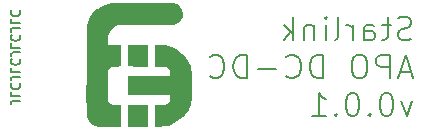
<source format=gbr>
%TF.GenerationSoftware,KiCad,Pcbnew,9.0.1*%
%TF.CreationDate,2025-07-19T16:42:16+10:00*%
%TF.ProjectId,starlink-apo-pcb,73746172-6c69-46e6-9b2d-61706f2d7063,rev?*%
%TF.SameCoordinates,Original*%
%TF.FileFunction,Legend,Bot*%
%TF.FilePolarity,Positive*%
%FSLAX46Y46*%
G04 Gerber Fmt 4.6, Leading zero omitted, Abs format (unit mm)*
G04 Created by KiCad (PCBNEW 9.0.1) date 2025-07-19 16:42:16*
%MOMM*%
%LPD*%
G01*
G04 APERTURE LIST*
%ADD10C,0.150000*%
%ADD11C,0.200000*%
%ADD12C,0.000000*%
%ADD13R,4.400000X1.800000*%
%ADD14O,4.000000X1.800000*%
%ADD15O,1.800000X4.000000*%
G04 APERTURE END LIST*
D10*
X109805704Y-77232268D02*
X109234276Y-77232268D01*
X109234276Y-77232268D02*
X109119990Y-77270363D01*
X109119990Y-77270363D02*
X109043800Y-77346554D01*
X109043800Y-77346554D02*
X109005704Y-77460839D01*
X109005704Y-77460839D02*
X109005704Y-77537030D01*
X109005704Y-76470363D02*
X109005704Y-76851315D01*
X109005704Y-76851315D02*
X109805704Y-76851315D01*
X109081895Y-75746553D02*
X109043800Y-75784649D01*
X109043800Y-75784649D02*
X109005704Y-75898934D01*
X109005704Y-75898934D02*
X109005704Y-75975125D01*
X109005704Y-75975125D02*
X109043800Y-76089411D01*
X109043800Y-76089411D02*
X109119990Y-76165601D01*
X109119990Y-76165601D02*
X109196180Y-76203696D01*
X109196180Y-76203696D02*
X109348561Y-76241792D01*
X109348561Y-76241792D02*
X109462847Y-76241792D01*
X109462847Y-76241792D02*
X109615228Y-76203696D01*
X109615228Y-76203696D02*
X109691419Y-76165601D01*
X109691419Y-76165601D02*
X109767609Y-76089411D01*
X109767609Y-76089411D02*
X109805704Y-75975125D01*
X109805704Y-75975125D02*
X109805704Y-75898934D01*
X109805704Y-75898934D02*
X109767609Y-75784649D01*
X109767609Y-75784649D02*
X109729514Y-75746553D01*
X109805704Y-75175125D02*
X109234276Y-75175125D01*
X109234276Y-75175125D02*
X109119990Y-75213220D01*
X109119990Y-75213220D02*
X109043800Y-75289411D01*
X109043800Y-75289411D02*
X109005704Y-75403696D01*
X109005704Y-75403696D02*
X109005704Y-75479887D01*
X109005704Y-74413220D02*
X109005704Y-74794172D01*
X109005704Y-74794172D02*
X109805704Y-74794172D01*
X109081895Y-73689410D02*
X109043800Y-73727506D01*
X109043800Y-73727506D02*
X109005704Y-73841791D01*
X109005704Y-73841791D02*
X109005704Y-73917982D01*
X109005704Y-73917982D02*
X109043800Y-74032268D01*
X109043800Y-74032268D02*
X109119990Y-74108458D01*
X109119990Y-74108458D02*
X109196180Y-74146553D01*
X109196180Y-74146553D02*
X109348561Y-74184649D01*
X109348561Y-74184649D02*
X109462847Y-74184649D01*
X109462847Y-74184649D02*
X109615228Y-74146553D01*
X109615228Y-74146553D02*
X109691419Y-74108458D01*
X109691419Y-74108458D02*
X109767609Y-74032268D01*
X109767609Y-74032268D02*
X109805704Y-73917982D01*
X109805704Y-73917982D02*
X109805704Y-73841791D01*
X109805704Y-73841791D02*
X109767609Y-73727506D01*
X109767609Y-73727506D02*
X109729514Y-73689410D01*
X109805704Y-73117982D02*
X109234276Y-73117982D01*
X109234276Y-73117982D02*
X109119990Y-73156077D01*
X109119990Y-73156077D02*
X109043800Y-73232268D01*
X109043800Y-73232268D02*
X109005704Y-73346553D01*
X109005704Y-73346553D02*
X109005704Y-73422744D01*
X109005704Y-72356077D02*
X109005704Y-72737029D01*
X109005704Y-72737029D02*
X109805704Y-72737029D01*
X109081895Y-71632267D02*
X109043800Y-71670363D01*
X109043800Y-71670363D02*
X109005704Y-71784648D01*
X109005704Y-71784648D02*
X109005704Y-71860839D01*
X109005704Y-71860839D02*
X109043800Y-71975125D01*
X109043800Y-71975125D02*
X109119990Y-72051315D01*
X109119990Y-72051315D02*
X109196180Y-72089410D01*
X109196180Y-72089410D02*
X109348561Y-72127506D01*
X109348561Y-72127506D02*
X109462847Y-72127506D01*
X109462847Y-72127506D02*
X109615228Y-72089410D01*
X109615228Y-72089410D02*
X109691419Y-72051315D01*
X109691419Y-72051315D02*
X109767609Y-71975125D01*
X109767609Y-71975125D02*
X109805704Y-71860839D01*
X109805704Y-71860839D02*
X109805704Y-71784648D01*
X109805704Y-71784648D02*
X109767609Y-71670363D01*
X109767609Y-71670363D02*
X109729514Y-71632267D01*
X109805704Y-71060839D02*
X109234276Y-71060839D01*
X109234276Y-71060839D02*
X109119990Y-71098934D01*
X109119990Y-71098934D02*
X109043800Y-71175125D01*
X109043800Y-71175125D02*
X109005704Y-71289410D01*
X109005704Y-71289410D02*
X109005704Y-71365601D01*
X109005704Y-70298934D02*
X109005704Y-70679886D01*
X109005704Y-70679886D02*
X109805704Y-70679886D01*
X109081895Y-69575124D02*
X109043800Y-69613220D01*
X109043800Y-69613220D02*
X109005704Y-69727505D01*
X109005704Y-69727505D02*
X109005704Y-69803696D01*
X109005704Y-69803696D02*
X109043800Y-69917982D01*
X109043800Y-69917982D02*
X109119990Y-69994172D01*
X109119990Y-69994172D02*
X109196180Y-70032267D01*
X109196180Y-70032267D02*
X109348561Y-70070363D01*
X109348561Y-70070363D02*
X109462847Y-70070363D01*
X109462847Y-70070363D02*
X109615228Y-70032267D01*
X109615228Y-70032267D02*
X109691419Y-69994172D01*
X109691419Y-69994172D02*
X109767609Y-69917982D01*
X109767609Y-69917982D02*
X109805704Y-69803696D01*
X109805704Y-69803696D02*
X109805704Y-69727505D01*
X109805704Y-69727505D02*
X109767609Y-69613220D01*
X109767609Y-69613220D02*
X109729514Y-69575124D01*
D11*
X142887469Y-72009824D02*
X142601755Y-72105062D01*
X142601755Y-72105062D02*
X142125564Y-72105062D01*
X142125564Y-72105062D02*
X141935088Y-72009824D01*
X141935088Y-72009824D02*
X141839850Y-71914585D01*
X141839850Y-71914585D02*
X141744612Y-71724109D01*
X141744612Y-71724109D02*
X141744612Y-71533633D01*
X141744612Y-71533633D02*
X141839850Y-71343157D01*
X141839850Y-71343157D02*
X141935088Y-71247919D01*
X141935088Y-71247919D02*
X142125564Y-71152681D01*
X142125564Y-71152681D02*
X142506517Y-71057443D01*
X142506517Y-71057443D02*
X142696993Y-70962204D01*
X142696993Y-70962204D02*
X142792231Y-70866966D01*
X142792231Y-70866966D02*
X142887469Y-70676490D01*
X142887469Y-70676490D02*
X142887469Y-70486014D01*
X142887469Y-70486014D02*
X142792231Y-70295538D01*
X142792231Y-70295538D02*
X142696993Y-70200300D01*
X142696993Y-70200300D02*
X142506517Y-70105062D01*
X142506517Y-70105062D02*
X142030326Y-70105062D01*
X142030326Y-70105062D02*
X141744612Y-70200300D01*
X141173183Y-70771728D02*
X140411279Y-70771728D01*
X140887469Y-70105062D02*
X140887469Y-71819347D01*
X140887469Y-71819347D02*
X140792231Y-72009824D01*
X140792231Y-72009824D02*
X140601755Y-72105062D01*
X140601755Y-72105062D02*
X140411279Y-72105062D01*
X138887469Y-72105062D02*
X138887469Y-71057443D01*
X138887469Y-71057443D02*
X138982707Y-70866966D01*
X138982707Y-70866966D02*
X139173183Y-70771728D01*
X139173183Y-70771728D02*
X139554136Y-70771728D01*
X139554136Y-70771728D02*
X139744612Y-70866966D01*
X138887469Y-72009824D02*
X139077945Y-72105062D01*
X139077945Y-72105062D02*
X139554136Y-72105062D01*
X139554136Y-72105062D02*
X139744612Y-72009824D01*
X139744612Y-72009824D02*
X139839850Y-71819347D01*
X139839850Y-71819347D02*
X139839850Y-71628871D01*
X139839850Y-71628871D02*
X139744612Y-71438395D01*
X139744612Y-71438395D02*
X139554136Y-71343157D01*
X139554136Y-71343157D02*
X139077945Y-71343157D01*
X139077945Y-71343157D02*
X138887469Y-71247919D01*
X137935088Y-72105062D02*
X137935088Y-70771728D01*
X137935088Y-71152681D02*
X137839850Y-70962204D01*
X137839850Y-70962204D02*
X137744612Y-70866966D01*
X137744612Y-70866966D02*
X137554136Y-70771728D01*
X137554136Y-70771728D02*
X137363659Y-70771728D01*
X136411279Y-72105062D02*
X136601755Y-72009824D01*
X136601755Y-72009824D02*
X136696993Y-71819347D01*
X136696993Y-71819347D02*
X136696993Y-70105062D01*
X135649374Y-72105062D02*
X135649374Y-70771728D01*
X135649374Y-70105062D02*
X135744612Y-70200300D01*
X135744612Y-70200300D02*
X135649374Y-70295538D01*
X135649374Y-70295538D02*
X135554136Y-70200300D01*
X135554136Y-70200300D02*
X135649374Y-70105062D01*
X135649374Y-70105062D02*
X135649374Y-70295538D01*
X134696993Y-70771728D02*
X134696993Y-72105062D01*
X134696993Y-70962204D02*
X134601755Y-70866966D01*
X134601755Y-70866966D02*
X134411279Y-70771728D01*
X134411279Y-70771728D02*
X134125564Y-70771728D01*
X134125564Y-70771728D02*
X133935088Y-70866966D01*
X133935088Y-70866966D02*
X133839850Y-71057443D01*
X133839850Y-71057443D02*
X133839850Y-72105062D01*
X132887469Y-72105062D02*
X132887469Y-70105062D01*
X132696993Y-71343157D02*
X132125564Y-72105062D01*
X132125564Y-70771728D02*
X132887469Y-71533633D01*
X142887469Y-74753521D02*
X141935088Y-74753521D01*
X143077945Y-75324950D02*
X142411279Y-73324950D01*
X142411279Y-73324950D02*
X141744612Y-75324950D01*
X141077945Y-75324950D02*
X141077945Y-73324950D01*
X141077945Y-73324950D02*
X140316040Y-73324950D01*
X140316040Y-73324950D02*
X140125564Y-73420188D01*
X140125564Y-73420188D02*
X140030326Y-73515426D01*
X140030326Y-73515426D02*
X139935088Y-73705902D01*
X139935088Y-73705902D02*
X139935088Y-73991616D01*
X139935088Y-73991616D02*
X140030326Y-74182092D01*
X140030326Y-74182092D02*
X140125564Y-74277331D01*
X140125564Y-74277331D02*
X140316040Y-74372569D01*
X140316040Y-74372569D02*
X141077945Y-74372569D01*
X138696993Y-73324950D02*
X138316040Y-73324950D01*
X138316040Y-73324950D02*
X138125564Y-73420188D01*
X138125564Y-73420188D02*
X137935088Y-73610664D01*
X137935088Y-73610664D02*
X137839850Y-73991616D01*
X137839850Y-73991616D02*
X137839850Y-74658283D01*
X137839850Y-74658283D02*
X137935088Y-75039235D01*
X137935088Y-75039235D02*
X138125564Y-75229712D01*
X138125564Y-75229712D02*
X138316040Y-75324950D01*
X138316040Y-75324950D02*
X138696993Y-75324950D01*
X138696993Y-75324950D02*
X138887469Y-75229712D01*
X138887469Y-75229712D02*
X139077945Y-75039235D01*
X139077945Y-75039235D02*
X139173183Y-74658283D01*
X139173183Y-74658283D02*
X139173183Y-73991616D01*
X139173183Y-73991616D02*
X139077945Y-73610664D01*
X139077945Y-73610664D02*
X138887469Y-73420188D01*
X138887469Y-73420188D02*
X138696993Y-73324950D01*
X135458897Y-75324950D02*
X135458897Y-73324950D01*
X135458897Y-73324950D02*
X134982707Y-73324950D01*
X134982707Y-73324950D02*
X134696992Y-73420188D01*
X134696992Y-73420188D02*
X134506516Y-73610664D01*
X134506516Y-73610664D02*
X134411278Y-73801140D01*
X134411278Y-73801140D02*
X134316040Y-74182092D01*
X134316040Y-74182092D02*
X134316040Y-74467807D01*
X134316040Y-74467807D02*
X134411278Y-74848759D01*
X134411278Y-74848759D02*
X134506516Y-75039235D01*
X134506516Y-75039235D02*
X134696992Y-75229712D01*
X134696992Y-75229712D02*
X134982707Y-75324950D01*
X134982707Y-75324950D02*
X135458897Y-75324950D01*
X132316040Y-75134473D02*
X132411278Y-75229712D01*
X132411278Y-75229712D02*
X132696992Y-75324950D01*
X132696992Y-75324950D02*
X132887468Y-75324950D01*
X132887468Y-75324950D02*
X133173183Y-75229712D01*
X133173183Y-75229712D02*
X133363659Y-75039235D01*
X133363659Y-75039235D02*
X133458897Y-74848759D01*
X133458897Y-74848759D02*
X133554135Y-74467807D01*
X133554135Y-74467807D02*
X133554135Y-74182092D01*
X133554135Y-74182092D02*
X133458897Y-73801140D01*
X133458897Y-73801140D02*
X133363659Y-73610664D01*
X133363659Y-73610664D02*
X133173183Y-73420188D01*
X133173183Y-73420188D02*
X132887468Y-73324950D01*
X132887468Y-73324950D02*
X132696992Y-73324950D01*
X132696992Y-73324950D02*
X132411278Y-73420188D01*
X132411278Y-73420188D02*
X132316040Y-73515426D01*
X131458897Y-74563045D02*
X129935088Y-74563045D01*
X128982707Y-75324950D02*
X128982707Y-73324950D01*
X128982707Y-73324950D02*
X128506517Y-73324950D01*
X128506517Y-73324950D02*
X128220802Y-73420188D01*
X128220802Y-73420188D02*
X128030326Y-73610664D01*
X128030326Y-73610664D02*
X127935088Y-73801140D01*
X127935088Y-73801140D02*
X127839850Y-74182092D01*
X127839850Y-74182092D02*
X127839850Y-74467807D01*
X127839850Y-74467807D02*
X127935088Y-74848759D01*
X127935088Y-74848759D02*
X128030326Y-75039235D01*
X128030326Y-75039235D02*
X128220802Y-75229712D01*
X128220802Y-75229712D02*
X128506517Y-75324950D01*
X128506517Y-75324950D02*
X128982707Y-75324950D01*
X125839850Y-75134473D02*
X125935088Y-75229712D01*
X125935088Y-75229712D02*
X126220802Y-75324950D01*
X126220802Y-75324950D02*
X126411278Y-75324950D01*
X126411278Y-75324950D02*
X126696993Y-75229712D01*
X126696993Y-75229712D02*
X126887469Y-75039235D01*
X126887469Y-75039235D02*
X126982707Y-74848759D01*
X126982707Y-74848759D02*
X127077945Y-74467807D01*
X127077945Y-74467807D02*
X127077945Y-74182092D01*
X127077945Y-74182092D02*
X126982707Y-73801140D01*
X126982707Y-73801140D02*
X126887469Y-73610664D01*
X126887469Y-73610664D02*
X126696993Y-73420188D01*
X126696993Y-73420188D02*
X126411278Y-73324950D01*
X126411278Y-73324950D02*
X126220802Y-73324950D01*
X126220802Y-73324950D02*
X125935088Y-73420188D01*
X125935088Y-73420188D02*
X125839850Y-73515426D01*
X142982707Y-77211504D02*
X142506517Y-78544838D01*
X142506517Y-78544838D02*
X142030326Y-77211504D01*
X140887469Y-76544838D02*
X140696992Y-76544838D01*
X140696992Y-76544838D02*
X140506516Y-76640076D01*
X140506516Y-76640076D02*
X140411278Y-76735314D01*
X140411278Y-76735314D02*
X140316040Y-76925790D01*
X140316040Y-76925790D02*
X140220802Y-77306742D01*
X140220802Y-77306742D02*
X140220802Y-77782933D01*
X140220802Y-77782933D02*
X140316040Y-78163885D01*
X140316040Y-78163885D02*
X140411278Y-78354361D01*
X140411278Y-78354361D02*
X140506516Y-78449600D01*
X140506516Y-78449600D02*
X140696992Y-78544838D01*
X140696992Y-78544838D02*
X140887469Y-78544838D01*
X140887469Y-78544838D02*
X141077945Y-78449600D01*
X141077945Y-78449600D02*
X141173183Y-78354361D01*
X141173183Y-78354361D02*
X141268421Y-78163885D01*
X141268421Y-78163885D02*
X141363659Y-77782933D01*
X141363659Y-77782933D02*
X141363659Y-77306742D01*
X141363659Y-77306742D02*
X141268421Y-76925790D01*
X141268421Y-76925790D02*
X141173183Y-76735314D01*
X141173183Y-76735314D02*
X141077945Y-76640076D01*
X141077945Y-76640076D02*
X140887469Y-76544838D01*
X139363659Y-78354361D02*
X139268421Y-78449600D01*
X139268421Y-78449600D02*
X139363659Y-78544838D01*
X139363659Y-78544838D02*
X139458897Y-78449600D01*
X139458897Y-78449600D02*
X139363659Y-78354361D01*
X139363659Y-78354361D02*
X139363659Y-78544838D01*
X138030326Y-76544838D02*
X137839849Y-76544838D01*
X137839849Y-76544838D02*
X137649373Y-76640076D01*
X137649373Y-76640076D02*
X137554135Y-76735314D01*
X137554135Y-76735314D02*
X137458897Y-76925790D01*
X137458897Y-76925790D02*
X137363659Y-77306742D01*
X137363659Y-77306742D02*
X137363659Y-77782933D01*
X137363659Y-77782933D02*
X137458897Y-78163885D01*
X137458897Y-78163885D02*
X137554135Y-78354361D01*
X137554135Y-78354361D02*
X137649373Y-78449600D01*
X137649373Y-78449600D02*
X137839849Y-78544838D01*
X137839849Y-78544838D02*
X138030326Y-78544838D01*
X138030326Y-78544838D02*
X138220802Y-78449600D01*
X138220802Y-78449600D02*
X138316040Y-78354361D01*
X138316040Y-78354361D02*
X138411278Y-78163885D01*
X138411278Y-78163885D02*
X138506516Y-77782933D01*
X138506516Y-77782933D02*
X138506516Y-77306742D01*
X138506516Y-77306742D02*
X138411278Y-76925790D01*
X138411278Y-76925790D02*
X138316040Y-76735314D01*
X138316040Y-76735314D02*
X138220802Y-76640076D01*
X138220802Y-76640076D02*
X138030326Y-76544838D01*
X136506516Y-78354361D02*
X136411278Y-78449600D01*
X136411278Y-78449600D02*
X136506516Y-78544838D01*
X136506516Y-78544838D02*
X136601754Y-78449600D01*
X136601754Y-78449600D02*
X136506516Y-78354361D01*
X136506516Y-78354361D02*
X136506516Y-78544838D01*
X134506516Y-78544838D02*
X135649373Y-78544838D01*
X135077945Y-78544838D02*
X135077945Y-76544838D01*
X135077945Y-76544838D02*
X135268421Y-76830552D01*
X135268421Y-76830552D02*
X135458897Y-77021028D01*
X135458897Y-77021028D02*
X135649373Y-77116266D01*
D12*
%TO.C,G\u002A\u002A\u002A*%
G36*
X120607135Y-72572410D02*
G01*
X120609914Y-72597604D01*
X120613428Y-72676699D01*
X120613335Y-72776011D01*
X120609516Y-72879920D01*
X120606326Y-72957485D01*
X120603354Y-73070690D01*
X120600758Y-73210845D01*
X120598666Y-73369822D01*
X120597205Y-73539496D01*
X120596502Y-73711741D01*
X120595480Y-74331901D01*
X119759953Y-74326257D01*
X118924427Y-74320613D01*
X118924427Y-72487846D01*
X119758594Y-72482203D01*
X120592762Y-72476561D01*
X120607135Y-72572410D01*
G37*
G36*
X120606261Y-77598033D02*
G01*
X120607583Y-78492854D01*
X120607455Y-78702438D01*
X120606356Y-78901854D01*
X120604323Y-79072994D01*
X120601419Y-79212890D01*
X120597708Y-79318572D01*
X120593251Y-79387073D01*
X120588112Y-79415424D01*
X120587211Y-79416452D01*
X120571216Y-79423584D01*
X120536798Y-79429230D01*
X120480430Y-79433482D01*
X120398584Y-79436430D01*
X120287733Y-79438164D01*
X120144348Y-79438775D01*
X119964904Y-79438352D01*
X119745872Y-79436985D01*
X118924427Y-79430800D01*
X118918804Y-78508775D01*
X118913183Y-77586752D01*
X120606261Y-77598033D01*
G37*
G36*
X121507556Y-72484133D02*
G01*
X121652715Y-72493160D01*
X122021742Y-72537239D01*
X122361844Y-72611146D01*
X122675733Y-72716088D01*
X122966126Y-72853276D01*
X123235737Y-73023916D01*
X123487282Y-73229218D01*
X123723476Y-73470389D01*
X123855826Y-73629856D01*
X123999264Y-73837149D01*
X124113104Y-74051930D01*
X124203116Y-74285483D01*
X124275068Y-74549089D01*
X124336481Y-74816539D01*
X124336481Y-75894637D01*
X124336452Y-76065632D01*
X124336229Y-76283665D01*
X124335645Y-76465966D01*
X124334536Y-76616931D01*
X124332742Y-76740961D01*
X124330099Y-76842452D01*
X124326444Y-76925804D01*
X124321614Y-76995416D01*
X124315448Y-77055685D01*
X124307783Y-77111010D01*
X124298453Y-77165790D01*
X124287299Y-77224423D01*
X124269439Y-77313880D01*
X124238338Y-77456201D01*
X124207704Y-77573386D01*
X124174007Y-77676935D01*
X124133720Y-77778346D01*
X124083313Y-77889119D01*
X124041090Y-77974116D01*
X123954468Y-78124747D01*
X123854306Y-78267178D01*
X123732954Y-78411802D01*
X123582760Y-78569010D01*
X123348386Y-78785123D01*
X123096292Y-78976486D01*
X122836052Y-79130490D01*
X122562429Y-79249388D01*
X122270186Y-79335432D01*
X121954086Y-79390873D01*
X121608892Y-79417966D01*
X121523990Y-79420959D01*
X121413969Y-79424124D01*
X121324433Y-79425848D01*
X121262915Y-79425999D01*
X121236948Y-79424446D01*
X121234991Y-79416889D01*
X121231691Y-79372243D01*
X121228683Y-79291471D01*
X121226046Y-79179047D01*
X121223859Y-79039448D01*
X121222198Y-78877150D01*
X121221145Y-78696630D01*
X121220777Y-78502364D01*
X121220777Y-77587251D01*
X121595168Y-77587252D01*
X121684959Y-77586671D01*
X121813920Y-77583896D01*
X121929721Y-77579226D01*
X122022377Y-77573097D01*
X122081900Y-77565947D01*
X122083837Y-77565576D01*
X122219847Y-77518334D01*
X122333645Y-77434837D01*
X122421617Y-77317726D01*
X122444496Y-77274198D01*
X122464213Y-77224516D01*
X122475431Y-77169754D01*
X122480510Y-77097239D01*
X122481809Y-76994298D01*
X122482152Y-76778678D01*
X120703290Y-76767897D01*
X118924427Y-76757116D01*
X118924427Y-75161530D01*
X120711121Y-75156015D01*
X122497815Y-75150499D01*
X122488815Y-74929614D01*
X122485400Y-74867628D01*
X122468209Y-74731740D01*
X122436150Y-74624454D01*
X122385632Y-74536112D01*
X122313065Y-74457061D01*
X122270722Y-74422623D01*
X122214185Y-74390026D01*
X122145572Y-74365896D01*
X122058693Y-74349101D01*
X121947356Y-74338509D01*
X121805368Y-74332984D01*
X121626541Y-74331395D01*
X121220777Y-74331394D01*
X121220777Y-72470379D01*
X121507556Y-72484133D01*
G37*
G36*
X121693300Y-68943164D02*
G01*
X121910681Y-68943778D01*
X122099449Y-68944972D01*
X122261995Y-68946812D01*
X122400714Y-68949366D01*
X122517998Y-68952700D01*
X122616240Y-68956883D01*
X122697831Y-68961980D01*
X122765166Y-68968059D01*
X122820635Y-68975188D01*
X122866633Y-68983432D01*
X122905552Y-68992860D01*
X122939784Y-69003539D01*
X122971722Y-69015535D01*
X123003760Y-69028916D01*
X123053442Y-69051997D01*
X123212560Y-69153448D01*
X123345744Y-69282250D01*
X123450242Y-69432584D01*
X123523299Y-69598632D01*
X123562160Y-69774577D01*
X123564075Y-69954599D01*
X123526286Y-70132881D01*
X123476761Y-70260229D01*
X123381278Y-70427820D01*
X123259285Y-70563804D01*
X123106960Y-70672117D01*
X122920479Y-70756697D01*
X122784020Y-70806012D01*
X118040386Y-70827574D01*
X117920644Y-70876052D01*
X117808603Y-70929874D01*
X117638476Y-71047544D01*
X117490452Y-71196171D01*
X117370481Y-71369351D01*
X117284514Y-71560681D01*
X117274879Y-71589611D01*
X117255741Y-71652845D01*
X117242255Y-71712282D01*
X117233361Y-71777304D01*
X117227999Y-71857297D01*
X117225111Y-71961645D01*
X117223635Y-72099730D01*
X117221031Y-72466284D01*
X117760081Y-72477065D01*
X118299130Y-72487846D01*
X118299130Y-74320613D01*
X117930879Y-74331394D01*
X117921056Y-74331682D01*
X117789227Y-74335796D01*
X117692219Y-74340065D01*
X117622244Y-74345741D01*
X117571514Y-74354075D01*
X117532243Y-74366317D01*
X117496642Y-74383719D01*
X117456923Y-74407532D01*
X117379964Y-74463761D01*
X117287165Y-74571118D01*
X117231085Y-74700649D01*
X117228119Y-74718509D01*
X117223373Y-74784038D01*
X117219559Y-74890955D01*
X117216691Y-75038146D01*
X117214784Y-75224491D01*
X117213850Y-75448873D01*
X117213904Y-75710176D01*
X117214960Y-76007281D01*
X117215071Y-76029870D01*
X117216349Y-76295600D01*
X117217621Y-76521981D01*
X117219263Y-76712511D01*
X117221652Y-76870689D01*
X117225164Y-77000012D01*
X117230175Y-77103979D01*
X117237062Y-77186089D01*
X117246201Y-77249841D01*
X117257969Y-77298731D01*
X117272742Y-77336260D01*
X117290898Y-77365925D01*
X117312810Y-77391224D01*
X117338858Y-77415658D01*
X117369415Y-77442723D01*
X117411068Y-77478168D01*
X117463281Y-77514132D01*
X117520214Y-77540210D01*
X117589548Y-77558261D01*
X117678961Y-77570142D01*
X117796135Y-77577709D01*
X117948748Y-77582821D01*
X118309911Y-77592228D01*
X118309911Y-79417155D01*
X118250615Y-79427030D01*
X118239619Y-79428033D01*
X118186992Y-79429917D01*
X118098398Y-79431470D01*
X117978688Y-79432659D01*
X117832714Y-79433454D01*
X117665325Y-79433824D01*
X117481377Y-79433739D01*
X117285717Y-79433167D01*
X116380115Y-79429427D01*
X116212610Y-79370836D01*
X116084309Y-79321282D01*
X115975513Y-79265775D01*
X115874664Y-79196034D01*
X115764868Y-79101911D01*
X115736371Y-79074614D01*
X115615918Y-78930240D01*
X115514125Y-78760450D01*
X115439610Y-78579102D01*
X115437397Y-78572108D01*
X115431909Y-78553841D01*
X115426919Y-78534292D01*
X115422407Y-78511469D01*
X115418350Y-78483380D01*
X115414726Y-78448032D01*
X115411514Y-78403432D01*
X115408692Y-78347588D01*
X115406238Y-78278508D01*
X115404130Y-78194199D01*
X115402347Y-78092668D01*
X115400866Y-77971924D01*
X115399666Y-77829973D01*
X115398725Y-77664823D01*
X115398022Y-77474481D01*
X115397534Y-77256956D01*
X115397239Y-77010254D01*
X115397117Y-76732383D01*
X115397144Y-76421350D01*
X115397300Y-76075165D01*
X115397562Y-75691832D01*
X115397908Y-75269361D01*
X115398318Y-74805758D01*
X115398452Y-74669051D01*
X115399034Y-74235758D01*
X115399830Y-73821517D01*
X115400830Y-73428184D01*
X115402023Y-73057608D01*
X115403395Y-72711642D01*
X115404937Y-72392136D01*
X115406635Y-72100943D01*
X115408480Y-71839913D01*
X115410459Y-71610898D01*
X115412560Y-71415750D01*
X115414773Y-71256319D01*
X115417085Y-71134458D01*
X115419486Y-71052018D01*
X115421963Y-71010851D01*
X115428933Y-70956203D01*
X115443839Y-70847521D01*
X115457961Y-70763236D01*
X115474026Y-70690242D01*
X115494760Y-70615434D01*
X115522889Y-70525707D01*
X115584940Y-70362218D01*
X115711688Y-70118926D01*
X115875039Y-69883784D01*
X116071078Y-69662189D01*
X116295890Y-69459540D01*
X116337356Y-69426809D01*
X116544354Y-69283129D01*
X116758565Y-69169249D01*
X116991175Y-69079917D01*
X117253374Y-69009877D01*
X117501337Y-68954985D01*
X120066369Y-68946522D01*
X120093462Y-68946432D01*
X120489797Y-68945156D01*
X120845555Y-68944125D01*
X121163130Y-68943404D01*
X121444915Y-68943061D01*
X121693300Y-68943164D01*
G37*
%TD*%
%LPC*%
D13*
%TO.C,J2*%
X150000000Y-68200000D03*
D14*
X150000000Y-74000000D03*
D15*
X154800000Y-71200000D03*
%TD*%
D13*
%TO.C,J1*%
X106400000Y-68250000D03*
D14*
X106400000Y-74050000D03*
D15*
X111200000Y-71250000D03*
%TD*%
%LPD*%
M02*

</source>
